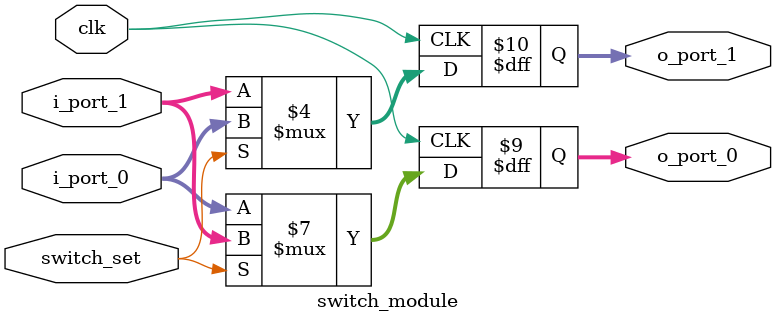
<source format=sv>
module switch_module(
    input logic [3:0]i_port_0,
    input logic [3:0]i_port_1,
    input logic clk,
    input logic switch_set,
    output logic [3:0]o_port_0,
    output logic [3:0]o_port_1
);

always_ff@(posedge clk)
begin
    if(!switch_set)//bar
    begin
        o_port_0 <= i_port_0;
        o_port_1 <= i_port_1;        
    end
    else begin
        o_port_0 <= i_port_1;
        o_port_1 <= i_port_0;
    end
end

endmodule
</source>
